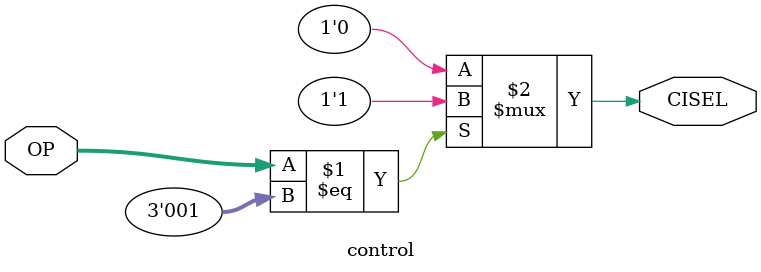
<source format=v>
module control(OP, CISEL); // add other inputs and outputs here

  // inputs (add others here)
  input  [2:0]  OP;
  
  // outputs (add others here)
  output        CISEL;

  // reg and internal variable definitions
  
  
  // implement module here (add other control signals below)
  assign CISEL = (OP == 3'b001) ? 1'b1 : 1'b0;
  
endmodule
</source>
